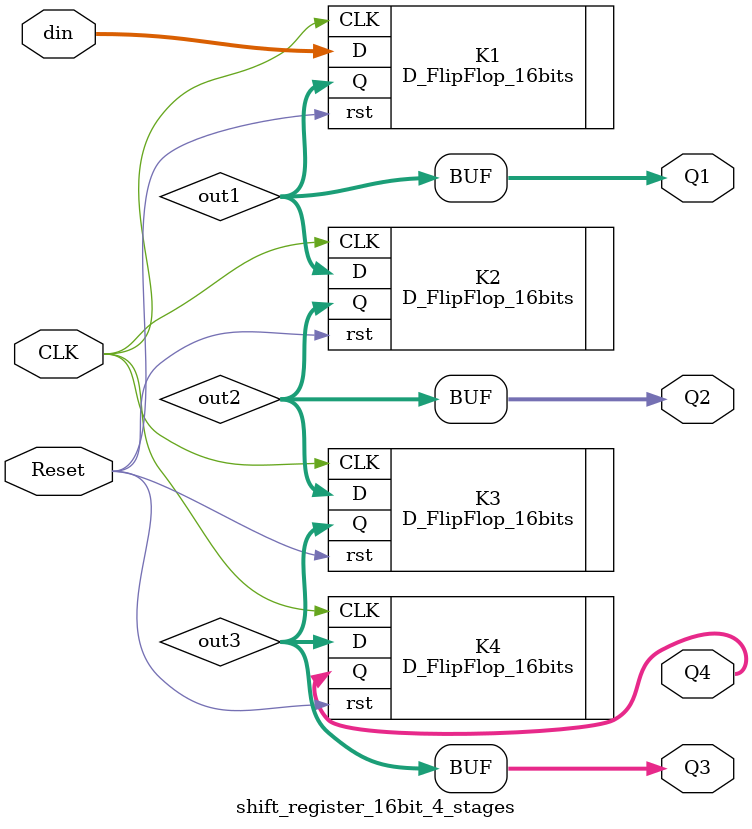
<source format=v>
`timescale 1ns / 1ps


module shift_register_16bit_4_stages(CLK,din, Q1, Q2, Q3, Q4, Reset);
    
    
    input CLK,Reset;
    input [15:0] din;  
    output [15:0] Q1, Q2, Q3, Q4;
    wire [15:0] out1, out2, out3;
    
    D_FlipFlop_16bits K1(.D(din),.CLK(CLK),.Q(out1),.rst(Reset));
    D_FlipFlop_16bits K2(.D(out1),.CLK(CLK),.Q(out2),.rst(Reset));
    D_FlipFlop_16bits K3(.D(out2),.CLK(CLK),.Q(out3),.rst(Reset));
    D_FlipFlop_16bits K4(.D(out3),.CLK(CLK),.Q(Q4),.rst(Reset));


    assign Q1=out1;
    assign Q2=out2;
    assign Q3=out3;
endmodule

</source>
